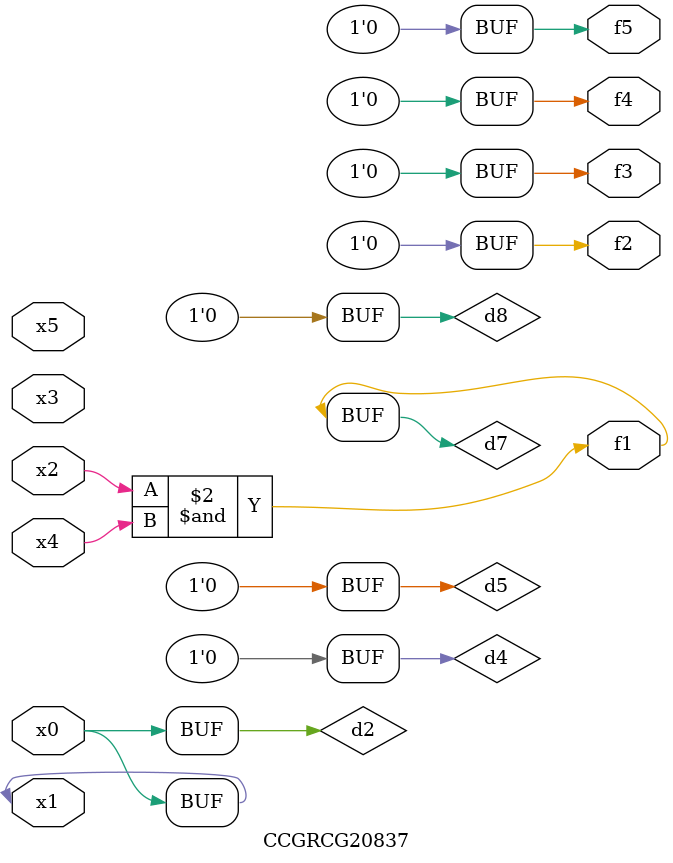
<source format=v>
module CCGRCG20837(
	input x0, x1, x2, x3, x4, x5,
	output f1, f2, f3, f4, f5
);

	wire d1, d2, d3, d4, d5, d6, d7, d8, d9;

	nand (d1, x1);
	buf (d2, x0, x1);
	nand (d3, x2, x4);
	and (d4, d1, d2);
	and (d5, d1, d2);
	nand (d6, d1, d3);
	not (d7, d3);
	xor (d8, d5);
	nor (d9, d5, d6);
	assign f1 = d7;
	assign f2 = d8;
	assign f3 = d8;
	assign f4 = d8;
	assign f5 = d8;
endmodule

</source>
